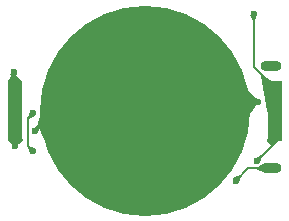
<source format=gbl>
%TF.GenerationSoftware,KiCad,Pcbnew,8.0.3*%
%TF.CreationDate,2025-03-25T09:51:50-05:00*%
%TF.ProjectId,HearingAid_ESP,48656172-696e-4674-9169-645f4553502e,rev?*%
%TF.SameCoordinates,Original*%
%TF.FileFunction,Copper,L2,Bot*%
%TF.FilePolarity,Positive*%
%FSLAX46Y46*%
G04 Gerber Fmt 4.6, Leading zero omitted, Abs format (unit mm)*
G04 Created by KiCad (PCBNEW 8.0.3) date 2025-03-25 09:51:50*
%MOMM*%
%LPD*%
G01*
G04 APERTURE LIST*
%TA.AperFunction,ComponentPad*%
%ADD10O,1.800000X0.900000*%
%TD*%
%TA.AperFunction,SMDPad,CuDef*%
%ADD11R,1.270000X5.080000*%
%TD*%
%TA.AperFunction,SMDPad,CuDef*%
%ADD12C,17.800000*%
%TD*%
%TA.AperFunction,ViaPad*%
%ADD13C,0.600000*%
%TD*%
%TA.AperFunction,Conductor*%
%ADD14C,0.200000*%
%TD*%
%TA.AperFunction,Conductor*%
%ADD15C,0.127000*%
%TD*%
G04 APERTURE END LIST*
D10*
%TO.P,J1,SH3,SHIELD__2*%
%TO.N,B-*%
X61600000Y-31190000D03*
%TO.P,J1,SH4,SHIELD__3*%
X61600000Y-22550000D03*
%TD*%
D11*
%TO.P,BT2,1,+*%
%TO.N,B+*%
X61870000Y-26330000D03*
X39900000Y-26330000D03*
D12*
%TO.P,BT2,2,-*%
%TO.N,B-*%
X50885000Y-26330000D03*
%TD*%
D13*
%TO.N,B-*%
X41580000Y-28050000D03*
X60500000Y-25570000D03*
X58560000Y-32270000D03*
%TO.N,B+*%
X39780000Y-23090000D03*
X60100735Y-18149265D03*
X39910000Y-29330000D03*
X60376107Y-30590000D03*
%TO.N,VBUS*%
X41440000Y-26540000D03*
X41420000Y-29760000D03*
%TD*%
D14*
%TO.N,B-*%
X51645000Y-25570000D02*
X50885000Y-26330000D01*
X59640000Y-31190000D02*
X61600000Y-31190000D01*
X41840000Y-27790000D02*
X41840000Y-27590000D01*
X58560000Y-32270000D02*
X59640000Y-31190000D01*
X41580000Y-28050000D02*
X41840000Y-27790000D01*
X49625000Y-27590000D02*
X50885000Y-26330000D01*
X41840000Y-27590000D02*
X49625000Y-27590000D01*
X60500000Y-25570000D02*
X51645000Y-25570000D01*
D15*
%TO.N,B+*%
X61870000Y-26330000D02*
X61870000Y-29096107D01*
X61870000Y-29096107D02*
X60376107Y-30590000D01*
X39780000Y-23090000D02*
X39780000Y-26210000D01*
X61870000Y-24425000D02*
X61870000Y-26330000D01*
X39910000Y-26340000D02*
X39900000Y-26330000D01*
X39910000Y-29330000D02*
X39910000Y-26340000D01*
X60100735Y-22655735D02*
X61870000Y-24425000D01*
X60100735Y-18149265D02*
X60100735Y-22655735D01*
X39780000Y-26210000D02*
X39900000Y-26330000D01*
%TO.N,VBUS*%
X40990000Y-29330000D02*
X41420000Y-29760000D01*
X40990000Y-26990000D02*
X40990000Y-29330000D01*
X41440000Y-26540000D02*
X40990000Y-26990000D01*
%TD*%
%TA.AperFunction,Conductor*%
%TO.N,B-*%
G36*
X60904941Y-30818480D02*
G01*
X61581661Y-31179678D01*
X61587346Y-31186597D01*
X61586474Y-31195509D01*
X61581661Y-31200322D01*
X60904941Y-31561519D01*
X60896029Y-31562391D01*
X60894833Y-31561955D01*
X60265748Y-31293035D01*
X60259488Y-31286632D01*
X60258647Y-31282277D01*
X60258647Y-31097722D01*
X60262074Y-31089449D01*
X60265743Y-31086966D01*
X60272620Y-31084026D01*
X60280507Y-31083559D01*
X60300301Y-31089371D01*
X60304145Y-31090500D01*
X60304146Y-31090500D01*
X60448068Y-31090500D01*
X60586160Y-31049953D01*
X60707235Y-30972143D01*
X60801484Y-30863373D01*
X60802680Y-30860752D01*
X60808723Y-30854854D01*
X60894834Y-30818043D01*
X60903787Y-30817943D01*
X60904941Y-30818480D01*
G37*
%TD.AperFunction*%
%TD*%
%TA.AperFunction,Conductor*%
%TO.N,B-*%
G36*
X58919339Y-31780812D02*
G01*
X59049187Y-31910660D01*
X59052614Y-31918933D01*
X59051523Y-31923867D01*
X58841877Y-32374670D01*
X58835281Y-32380726D01*
X58826824Y-32380559D01*
X58563815Y-32272563D01*
X58557463Y-32266251D01*
X58557436Y-32266184D01*
X58449440Y-32003175D01*
X58449467Y-31994220D01*
X58455326Y-31988124D01*
X58906134Y-31778475D01*
X58915079Y-31778095D01*
X58919339Y-31780812D01*
G37*
%TD.AperFunction*%
%TD*%
%TA.AperFunction,Conductor*%
%TO.N,B-*%
G36*
X41934948Y-27593427D02*
G01*
X41938375Y-27601700D01*
X41938277Y-27603213D01*
X41881324Y-28039847D01*
X41876856Y-28047608D01*
X41869761Y-28050034D01*
X41587856Y-28050973D01*
X41579571Y-28047574D01*
X41577002Y-28043737D01*
X41468860Y-27781716D01*
X41468871Y-27772763D01*
X41473192Y-27767515D01*
X41722415Y-27601700D01*
X41737056Y-27591959D01*
X41743537Y-27590000D01*
X41926675Y-27590000D01*
X41934948Y-27593427D01*
G37*
%TD.AperFunction*%
%TD*%
%TA.AperFunction,Conductor*%
%TO.N,B-*%
G36*
X50790209Y-26336920D02*
G01*
X50794023Y-26345022D01*
X50790991Y-26353448D01*
X50785488Y-26356842D01*
X42329561Y-28722693D01*
X42320671Y-28721622D01*
X42315567Y-28715824D01*
X41940000Y-27790000D01*
X41755158Y-27790000D01*
X41746885Y-27786573D01*
X41743458Y-27778300D01*
X41743839Y-27775337D01*
X41840968Y-27404311D01*
X42010297Y-26757494D01*
X42015707Y-26750360D01*
X42021060Y-26748772D01*
X50781783Y-26333888D01*
X50790209Y-26336920D01*
G37*
%TD.AperFunction*%
%TD*%
%TA.AperFunction,Conductor*%
%TO.N,B-*%
G36*
X59606264Y-24640669D02*
G01*
X59607677Y-24641791D01*
X60496259Y-25466528D01*
X60499992Y-25474666D01*
X60500000Y-25475102D01*
X60500000Y-25666041D01*
X60497595Y-25673146D01*
X59768922Y-26626395D01*
X59761175Y-26630887D01*
X59759230Y-26630983D01*
X50987224Y-26333500D01*
X50979072Y-26329795D01*
X50975928Y-26321410D01*
X50979633Y-26313258D01*
X50985389Y-26310322D01*
X59597492Y-24638881D01*
X59606264Y-24640669D01*
G37*
%TD.AperFunction*%
%TD*%
%TA.AperFunction,Conductor*%
%TO.N,B-*%
G36*
X60383641Y-25297050D02*
G01*
X60389503Y-25303148D01*
X60499115Y-25565489D01*
X60499142Y-25574444D01*
X60499115Y-25574511D01*
X60389503Y-25836851D01*
X60383151Y-25843163D01*
X60374694Y-25843329D01*
X60240947Y-25794493D01*
X59907687Y-25672806D01*
X59901091Y-25666750D01*
X59900000Y-25661816D01*
X59900000Y-25478183D01*
X59903427Y-25469910D01*
X59907687Y-25467193D01*
X60374697Y-25296669D01*
X60383641Y-25297050D01*
G37*
%TD.AperFunction*%
%TD*%
%TA.AperFunction,Conductor*%
%TO.N,B+*%
G36*
X61878086Y-26382088D02*
G01*
X61879612Y-26386300D01*
X62266590Y-28863623D01*
X62264481Y-28872326D01*
X62262723Y-28874244D01*
X61634007Y-29422951D01*
X61625521Y-29425809D01*
X61618041Y-29422409D01*
X61536865Y-29341233D01*
X61535283Y-29339266D01*
X61237718Y-28874248D01*
X61236146Y-28865435D01*
X61236207Y-28865174D01*
X61856702Y-26385265D01*
X61862034Y-26378072D01*
X61870892Y-26376756D01*
X61878086Y-26382088D01*
G37*
%TD.AperFunction*%
%TD*%
%TA.AperFunction,Conductor*%
%TO.N,B+*%
G36*
X60757307Y-30123796D02*
G01*
X60760865Y-30126231D01*
X60839875Y-30205241D01*
X60843302Y-30213514D01*
X60842508Y-30217751D01*
X60657589Y-30693689D01*
X60651398Y-30700160D01*
X60642446Y-30700358D01*
X60642239Y-30700275D01*
X60379922Y-30592563D01*
X60373570Y-30586251D01*
X60373543Y-30586184D01*
X60265831Y-30323867D01*
X60265858Y-30314912D01*
X60272210Y-30308600D01*
X60272381Y-30308531D01*
X60748357Y-30123598D01*
X60757307Y-30123796D01*
G37*
%TD.AperFunction*%
%TD*%
%TA.AperFunction,Conductor*%
%TO.N,B+*%
G36*
X39846708Y-23158427D02*
G01*
X39846961Y-23158688D01*
X40094477Y-23422424D01*
X40435261Y-23785542D01*
X40438424Y-23793920D01*
X40438175Y-23795979D01*
X39910517Y-26281459D01*
X39905447Y-26288840D01*
X39896642Y-26290474D01*
X39889261Y-26285404D01*
X39887721Y-26281866D01*
X39887619Y-26281459D01*
X39266306Y-23795226D01*
X39267625Y-23786368D01*
X39268122Y-23785609D01*
X39713002Y-23159920D01*
X39720589Y-23155163D01*
X39722537Y-23155000D01*
X39838435Y-23155000D01*
X39846708Y-23158427D01*
G37*
%TD.AperFunction*%
%TD*%
%TA.AperFunction,Conductor*%
%TO.N,B+*%
G36*
X40046160Y-23200207D02*
G01*
X40052472Y-23206559D01*
X40052445Y-23215514D01*
X40052357Y-23215718D01*
X39846576Y-23683015D01*
X39840105Y-23689206D01*
X39835868Y-23690000D01*
X39724132Y-23690000D01*
X39715859Y-23686573D01*
X39713424Y-23683015D01*
X39507642Y-23215718D01*
X39507444Y-23206766D01*
X39513635Y-23200295D01*
X39513786Y-23200229D01*
X39775490Y-23090883D01*
X39784444Y-23090857D01*
X40046160Y-23200207D01*
G37*
%TD.AperFunction*%
%TD*%
%TA.AperFunction,Conductor*%
%TO.N,B+*%
G36*
X39910089Y-26371511D02*
G01*
X39911427Y-26374726D01*
X40533202Y-28862808D01*
X40531883Y-28871666D01*
X40529266Y-28874696D01*
X39976734Y-29327351D01*
X39969319Y-29330000D01*
X39850615Y-29330000D01*
X39843291Y-29327424D01*
X39279287Y-28874674D01*
X39274980Y-28866823D01*
X39275250Y-28862753D01*
X39888716Y-26374761D01*
X39894024Y-26367550D01*
X39902877Y-26366203D01*
X39910089Y-26371511D01*
G37*
%TD.AperFunction*%
%TD*%
%TA.AperFunction,Conductor*%
%TO.N,B+*%
G36*
X39974141Y-28733427D02*
G01*
X39976576Y-28736985D01*
X40182357Y-29204281D01*
X40182555Y-29213233D01*
X40176364Y-29219704D01*
X40176160Y-29219792D01*
X39914511Y-29329115D01*
X39905556Y-29329142D01*
X39905489Y-29329115D01*
X39643839Y-29219792D01*
X39637527Y-29213440D01*
X39637554Y-29204485D01*
X39637642Y-29204281D01*
X39843424Y-28736985D01*
X39849895Y-28730794D01*
X39854132Y-28730000D01*
X39965868Y-28730000D01*
X39974141Y-28733427D01*
G37*
%TD.AperFunction*%
%TD*%
%TA.AperFunction,Conductor*%
%TO.N,B+*%
G36*
X60838775Y-23300995D02*
G01*
X61619495Y-23786947D01*
X61624708Y-23794228D01*
X61624957Y-23795751D01*
X61869658Y-26319894D01*
X61867046Y-26328459D01*
X61860002Y-26332553D01*
X61246651Y-26438381D01*
X61237916Y-26436410D01*
X61233132Y-26428840D01*
X61233112Y-26428719D01*
X61217263Y-26330707D01*
X60742041Y-23391796D01*
X60744103Y-23383083D01*
X60745312Y-23381662D01*
X60824320Y-23302654D01*
X60832592Y-23299228D01*
X60838775Y-23300995D01*
G37*
%TD.AperFunction*%
%TD*%
%TA.AperFunction,Conductor*%
%TO.N,B+*%
G36*
X60366895Y-18259472D02*
G01*
X60373207Y-18265824D01*
X60373180Y-18274779D01*
X60373092Y-18274983D01*
X60167311Y-18742280D01*
X60160840Y-18748471D01*
X60156603Y-18749265D01*
X60044867Y-18749265D01*
X60036594Y-18745838D01*
X60034159Y-18742280D01*
X59828377Y-18274983D01*
X59828179Y-18266031D01*
X59834370Y-18259560D01*
X59834521Y-18259494D01*
X60096225Y-18150148D01*
X60105179Y-18150122D01*
X60366895Y-18259472D01*
G37*
%TD.AperFunction*%
%TD*%
%TA.AperFunction,Conductor*%
%TO.N,VBUS*%
G36*
X41047747Y-29293597D02*
G01*
X41523689Y-29478517D01*
X41530160Y-29484708D01*
X41530358Y-29493660D01*
X41530275Y-29493867D01*
X41422563Y-29756184D01*
X41416251Y-29762536D01*
X41416184Y-29762563D01*
X41153867Y-29870275D01*
X41144912Y-29870248D01*
X41138600Y-29863896D01*
X41138517Y-29863689D01*
X41099226Y-29762563D01*
X40953598Y-29387749D01*
X40953796Y-29378799D01*
X40956228Y-29375244D01*
X41035242Y-29296230D01*
X41043514Y-29292804D01*
X41047747Y-29293597D01*
G37*
%TD.AperFunction*%
%TD*%
%TA.AperFunction,Conductor*%
%TO.N,VBUS*%
G36*
X41173815Y-26429703D02*
G01*
X41357514Y-26505132D01*
X41436184Y-26537436D01*
X41442536Y-26543748D01*
X41442563Y-26543815D01*
X41550275Y-26806132D01*
X41550248Y-26815087D01*
X41543896Y-26821399D01*
X41543689Y-26821482D01*
X41067751Y-27006401D01*
X41058799Y-27006203D01*
X41055241Y-27003768D01*
X40976231Y-26924758D01*
X40972804Y-26916485D01*
X40973597Y-26912253D01*
X41158517Y-26436309D01*
X41164708Y-26429839D01*
X41173660Y-26429641D01*
X41173815Y-26429703D01*
G37*
%TD.AperFunction*%
%TD*%
M02*

</source>
